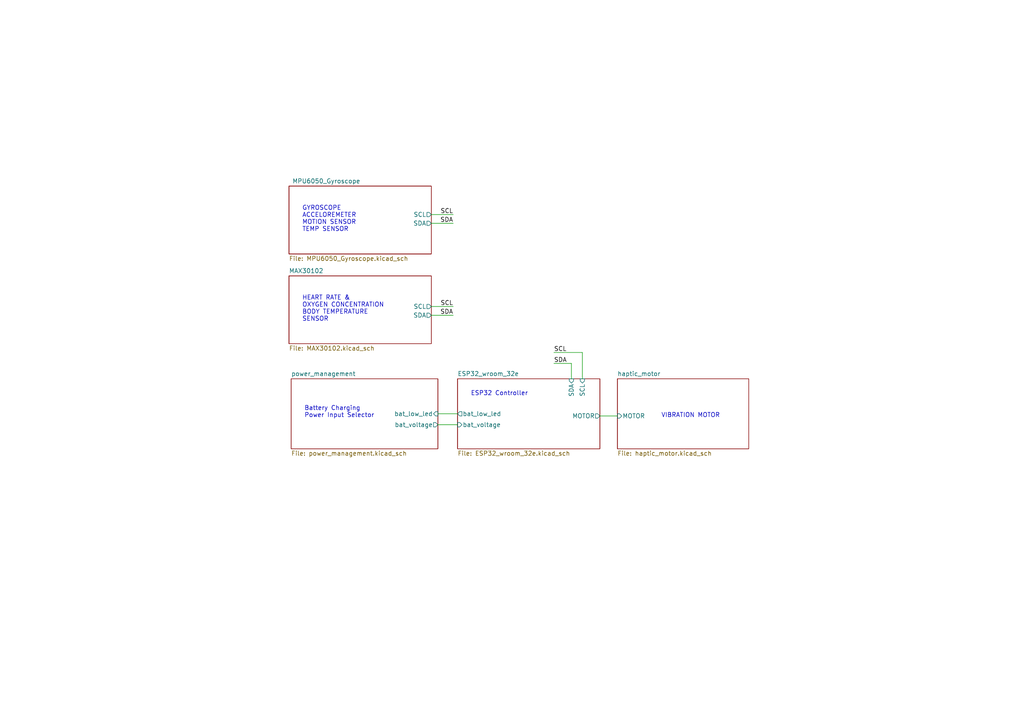
<source format=kicad_sch>
(kicad_sch (version 20230121) (generator eeschema)

  (uuid 6956d5b6-c4e4-494f-ad33-929668a150f2)

  (paper "A4")

  (lib_symbols
  )


  (wire (pts (xy 165.735 109.855) (xy 165.735 105.41))
    (stroke (width 0) (type default))
    (uuid 0a6cb9ef-03d9-42d4-8100-faa8d8ab448c)
  )
  (wire (pts (xy 160.655 102.235) (xy 168.91 102.235))
    (stroke (width 0) (type default))
    (uuid 0b717f24-fe6d-448f-8b1f-6555c00556f4)
  )
  (wire (pts (xy 125.095 91.44) (xy 131.445 91.44))
    (stroke (width 0) (type default))
    (uuid 266c3619-5795-446b-b3ea-c86b1e223037)
  )
  (wire (pts (xy 125.095 88.9) (xy 131.445 88.9))
    (stroke (width 0) (type default))
    (uuid 4723c936-8262-4407-81ef-246166126d0d)
  )
  (wire (pts (xy 127 123.19) (xy 132.715 123.19))
    (stroke (width 0) (type default))
    (uuid 474089bd-548d-4975-ae17-50ddb06e13c7)
  )
  (wire (pts (xy 173.99 120.65) (xy 179.07 120.65))
    (stroke (width 0) (type default))
    (uuid 62fdb927-3fc8-49cc-aad2-50093a012463)
  )
  (wire (pts (xy 127 120.015) (xy 132.715 120.015))
    (stroke (width 0) (type default))
    (uuid 942a7862-1941-463c-839f-07cec92a57ee)
  )
  (wire (pts (xy 168.91 109.855) (xy 168.91 102.235))
    (stroke (width 0) (type default))
    (uuid c45a637c-55c6-4463-b6ca-102cb3477f79)
  )
  (wire (pts (xy 125.095 64.77) (xy 131.445 64.77))
    (stroke (width 0) (type default))
    (uuid d686eeb1-fb2f-4371-add0-f64552edc2f6)
  )
  (wire (pts (xy 160.655 105.41) (xy 165.735 105.41))
    (stroke (width 0) (type default))
    (uuid d9205a7c-a3f9-4f12-a296-a4e1c7110395)
  )
  (wire (pts (xy 125.095 62.23) (xy 131.445 62.23))
    (stroke (width 0) (type default))
    (uuid ff15ea31-fca0-47ad-b8e3-a6de0fb46a3f)
  )

  (text "Battery Charging\nPower Input Selector" (at 88.265 121.285 0)
    (effects (font (size 1.27 1.27)) (justify left bottom))
    (uuid 21f013ac-6aa1-417e-9b03-edea0b822356)
  )
  (text "HEART RATE &\nOXYGEN CONCENTRATION\nBODY TEMPERATURE\nSENSOR"
    (at 87.63 93.345 0)
    (effects (font (size 1.27 1.27)) (justify left bottom))
    (uuid 96589ec6-59f4-46b0-aae7-98cdfe9d2b1d)
  )
  (text "GYROSCOPE\nACCELOREMETER\nMOTION SENSOR\nTEMP SENSOR" (at 87.63 67.31 0)
    (effects (font (size 1.27 1.27)) (justify left bottom))
    (uuid d483de91-e226-4c57-829a-662be4651dbd)
  )
  (text "VIBRATION MOTOR" (at 191.77 121.285 0)
    (effects (font (size 1.27 1.27)) (justify left bottom))
    (uuid d901ac6d-b5c6-4e68-a880-fd084666727f)
  )
  (text "ESP32 Controller" (at 136.525 114.935 0)
    (effects (font (size 1.27 1.27)) (justify left bottom))
    (uuid ee03dbe8-b8c8-4827-a3b2-d6ef4e7f42c0)
  )

  (label "SDA" (at 160.655 105.41 0) (fields_autoplaced)
    (effects (font (size 1.27 1.27)) (justify left bottom))
    (uuid 2b6447c5-75e8-4a27-9801-7423f410d654)
  )
  (label "SCL" (at 131.445 62.23 180) (fields_autoplaced)
    (effects (font (size 1.27 1.27)) (justify right bottom))
    (uuid 851151db-f574-4d7b-bd53-41ca26f6ccdc)
  )
  (label "SDA" (at 131.445 91.44 180) (fields_autoplaced)
    (effects (font (size 1.27 1.27)) (justify right bottom))
    (uuid 88a5c6d1-3fbc-4902-8281-9588723fcd78)
  )
  (label "SDA" (at 131.445 64.77 180) (fields_autoplaced)
    (effects (font (size 1.27 1.27)) (justify right bottom))
    (uuid 8badfb1a-7f56-4828-a784-92079cf01963)
  )
  (label "SCL" (at 131.445 88.9 180) (fields_autoplaced)
    (effects (font (size 1.27 1.27)) (justify right bottom))
    (uuid 9cc72e59-f3cb-4d10-b2fc-03b57016f499)
  )
  (label "SCL" (at 160.655 102.235 0) (fields_autoplaced)
    (effects (font (size 1.27 1.27)) (justify left bottom))
    (uuid f7d06432-f6d9-4da2-b713-8351dc164bad)
  )

  (sheet (at 179.07 109.855) (size 38.1 20.32) (fields_autoplaced)
    (stroke (width 0.1524) (type solid))
    (fill (color 0 0 0 0.0000))
    (uuid 585e6a79-1b5a-4ad6-8b48-d8a68e24dce4)
    (property "Sheetname" "haptic_motor" (at 179.07 109.1434 0)
      (effects (font (size 1.27 1.27)) (justify left bottom))
    )
    (property "Sheetfile" "haptic_motor.kicad_sch" (at 179.07 130.7596 0)
      (effects (font (size 1.27 1.27)) (justify left top))
    )
    (pin "MOTOR" input (at 179.07 120.65 180)
      (effects (font (size 1.27 1.27)) (justify left))
      (uuid 96081369-bc19-4b69-8d9e-8de70bff17af)
    )
    (instances
      (project "Hapty"
        (path "/6956d5b6-c4e4-494f-ad33-929668a150f2" (page "6"))
      )
    )
  )

  (sheet (at 83.82 53.975) (size 41.275 19.685) (fields_autoplaced)
    (stroke (width 0.1524) (type solid))
    (fill (color 0 0 0 0.0000))
    (uuid 5bd4b14b-07a8-425c-a6d0-173239a56a7a)
    (property "Sheetname" " MPU6050_Gyroscope" (at 83.82 53.2634 0)
      (effects (font (size 1.27 1.27)) (justify left bottom))
    )
    (property "Sheetfile" " MPU6050_Gyroscope.kicad_sch" (at 83.82 74.2446 0)
      (effects (font (size 1.27 1.27)) (justify left top))
    )
    (pin "SDA" output (at 125.095 64.77 0)
      (effects (font (size 1.27 1.27)) (justify right))
      (uuid d30a3249-3ed4-45b3-986d-f0e948138cbb)
    )
    (pin "SCL" output (at 125.095 62.23 0)
      (effects (font (size 1.27 1.27)) (justify right))
      (uuid c8be82d9-79c2-41a8-90bb-4b4e4ddd5dbb)
    )
    (instances
      (project "Hapty"
        (path "/6956d5b6-c4e4-494f-ad33-929668a150f2" (page "9"))
      )
    )
  )

  (sheet (at 132.715 109.855) (size 41.275 20.32) (fields_autoplaced)
    (stroke (width 0.1524) (type solid))
    (fill (color 0 0 0 0.0000))
    (uuid 8ac2dff6-0792-4e75-a787-575cd7604dc2)
    (property "Sheetname" "ESP32_wroom_32e" (at 132.715 109.1434 0)
      (effects (font (size 1.27 1.27)) (justify left bottom))
    )
    (property "Sheetfile" "ESP32_wroom_32e.kicad_sch" (at 132.715 130.7596 0)
      (effects (font (size 1.27 1.27)) (justify left top))
    )
    (pin "SCL" input (at 168.91 109.855 90)
      (effects (font (size 1.27 1.27)) (justify right))
      (uuid 2a701ec1-5ef6-49c4-a9b8-7b1dcfc76ce0)
    )
    (pin "SDA" input (at 165.735 109.855 90)
      (effects (font (size 1.27 1.27)) (justify right))
      (uuid 3855db64-4801-445b-b83e-9e7849cbe5fc)
    )
    (pin "bat_voltage" input (at 132.715 123.19 180)
      (effects (font (size 1.27 1.27)) (justify left))
      (uuid e7798e53-2316-49ad-988d-886364bb66d9)
    )
    (pin "bat_low_led" output (at 132.715 120.015 180)
      (effects (font (size 1.27 1.27)) (justify left))
      (uuid 1d682ae1-893f-4d5d-8e5b-e52c4b06d350)
    )
    (pin "MOTOR" output (at 173.99 120.65 0)
      (effects (font (size 1.27 1.27)) (justify right))
      (uuid dee06fe4-f3d0-49a1-90ef-fd1a967c5f7c)
    )
    (instances
      (project "Hapty"
        (path "/6956d5b6-c4e4-494f-ad33-929668a150f2" (page "2"))
      )
    )
  )

  (sheet (at 84.455 109.855) (size 42.545 20.32) (fields_autoplaced)
    (stroke (width 0.1524) (type solid))
    (fill (color 0 0 0 0.0000))
    (uuid 9d7551c4-2ace-4c7d-b440-35f584b50335)
    (property "Sheetname" "power_management" (at 84.455 109.1434 0)
      (effects (font (size 1.27 1.27)) (justify left bottom))
    )
    (property "Sheetfile" "power_management.kicad_sch" (at 84.455 130.7596 0)
      (effects (font (size 1.27 1.27)) (justify left top))
    )
    (pin "bat_low_led" input (at 127 120.015 0)
      (effects (font (size 1.27 1.27)) (justify right))
      (uuid d8181db0-dda1-4b13-a8ac-f897ebb42d81)
    )
    (pin "bat_voltage" output (at 127 123.19 0)
      (effects (font (size 1.27 1.27)) (justify right))
      (uuid 40efb99c-ff3b-4838-96fe-e8297491839e)
    )
    (instances
      (project "Hapty"
        (path "/6956d5b6-c4e4-494f-ad33-929668a150f2" (page "3"))
      )
    )
  )

  (sheet (at 83.82 80.01) (size 41.275 19.685) (fields_autoplaced)
    (stroke (width 0.1524) (type solid))
    (fill (color 0 0 0 0.0000))
    (uuid ff10d402-8077-45c3-ba96-60f8586bcca3)
    (property "Sheetname" "MAX30102" (at 83.82 79.2984 0)
      (effects (font (size 1.27 1.27)) (justify left bottom))
    )
    (property "Sheetfile" "MAX30102.kicad_sch" (at 83.82 100.2796 0)
      (effects (font (size 1.27 1.27)) (justify left top))
    )
    (pin "SDA" output (at 125.095 91.44 0)
      (effects (font (size 1.27 1.27)) (justify right))
      (uuid 7109e3b1-e1b0-483e-838d-74c174a3bffd)
    )
    (pin "SCL" output (at 125.095 88.9 0)
      (effects (font (size 1.27 1.27)) (justify right))
      (uuid bf0619bf-6810-4306-b874-181e13d1b50d)
    )
    (instances
      (project "Hapty"
        (path "/6956d5b6-c4e4-494f-ad33-929668a150f2" (page "6"))
      )
    )
  )

  (sheet_instances
    (path "/" (page "1"))
  )
)

</source>
